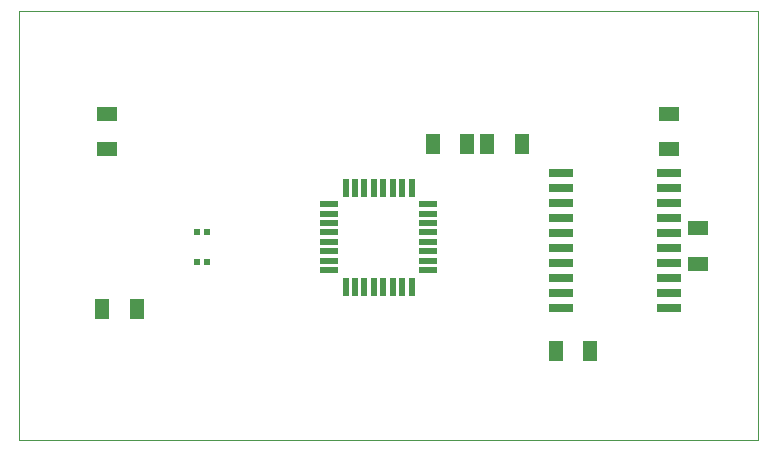
<source format=gbr>
G04 PROTEUS GERBER X2 FILE*
%TF.GenerationSoftware,Labcenter,Proteus,8.15-SP1-Build34318*%
%TF.CreationDate,2024-02-24T08:34:58+00:00*%
%TF.FileFunction,Paste,Top*%
%TF.FilePolarity,Positive*%
%TF.Part,Single*%
%TF.SameCoordinates,{d6b9a477-15e1-4d55-aad5-44706a46bc90}*%
%FSLAX45Y45*%
%MOMM*%
G01*
%TA.AperFunction,Material*%
%ADD47R,1.498600X0.558800*%
%ADD48R,0.558800X1.498600*%
%TA.AperFunction,Material*%
%ADD49R,0.609600X0.609600*%
%ADD50R,1.143000X1.803400*%
%TA.AperFunction,Material*%
%ADD51R,2.032000X0.635000*%
%TA.AperFunction,Material*%
%ADD52R,1.803400X1.143000*%
%TA.AperFunction,Profile*%
%ADD25C,0.101600*%
%TD.AperFunction*%
D47*
X-6880000Y+7240000D03*
X-6880000Y+7160000D03*
X-6880000Y+7080000D03*
X-6880000Y+7000000D03*
X-6880000Y+6920000D03*
X-6880000Y+6840000D03*
X-6880000Y+6760000D03*
X-6880000Y+6680000D03*
D48*
X-6740000Y+6540000D03*
X-6660000Y+6540000D03*
X-6580000Y+6540000D03*
X-6500000Y+6540000D03*
X-6420000Y+6540000D03*
X-6340000Y+6540000D03*
X-6260000Y+6540000D03*
X-6180000Y+6540000D03*
D47*
X-6040000Y+6680000D03*
X-6040000Y+6760000D03*
X-6040000Y+6840000D03*
X-6040000Y+6920000D03*
X-6040000Y+7000000D03*
X-6040000Y+7080000D03*
X-6040000Y+7160000D03*
X-6040000Y+7240000D03*
D48*
X-6180000Y+7380000D03*
X-6260000Y+7380000D03*
X-6340000Y+7380000D03*
X-6420000Y+7380000D03*
X-6500000Y+7380000D03*
X-6580000Y+7380000D03*
X-6660000Y+7380000D03*
X-6740000Y+7380000D03*
D49*
X-8000000Y+7000000D03*
X-7910000Y+7000000D03*
D50*
X-5540000Y+7750000D03*
X-5250000Y+7750000D03*
X-4670000Y+6000000D03*
X-4960000Y+6000000D03*
D51*
X-4914400Y+7504000D03*
X-4914400Y+7377000D03*
X-4914400Y+7250000D03*
X-4914400Y+7123000D03*
X-4914400Y+6996000D03*
X-4914400Y+6869000D03*
X-4914400Y+6742000D03*
X-4914400Y+6615000D03*
X-4914400Y+6488000D03*
X-4914400Y+6361000D03*
X-4000000Y+6361000D03*
X-4000000Y+6488000D03*
X-4000000Y+6615000D03*
X-4000000Y+6742000D03*
X-4000000Y+6869000D03*
X-4000000Y+6996000D03*
X-4000000Y+7123000D03*
X-4000000Y+7250000D03*
X-4000000Y+7377000D03*
X-4000000Y+7504000D03*
D49*
X-8000000Y+6750000D03*
X-7910000Y+6750000D03*
D50*
X-5710000Y+7750000D03*
X-6000000Y+7750000D03*
D52*
X-4000000Y+8000000D03*
X-4000000Y+7710000D03*
X-8763000Y+8001000D03*
X-8763000Y+7711000D03*
D50*
X-8799000Y+6350000D03*
X-8509000Y+6350000D03*
D52*
X-3757000Y+7036000D03*
X-3757000Y+6736000D03*
D25*
X-9504000Y+5246000D02*
X-3250000Y+5246000D01*
X-3250000Y+8873000D01*
X-9504000Y+8873000D01*
X-9504000Y+5246000D01*
M02*

</source>
